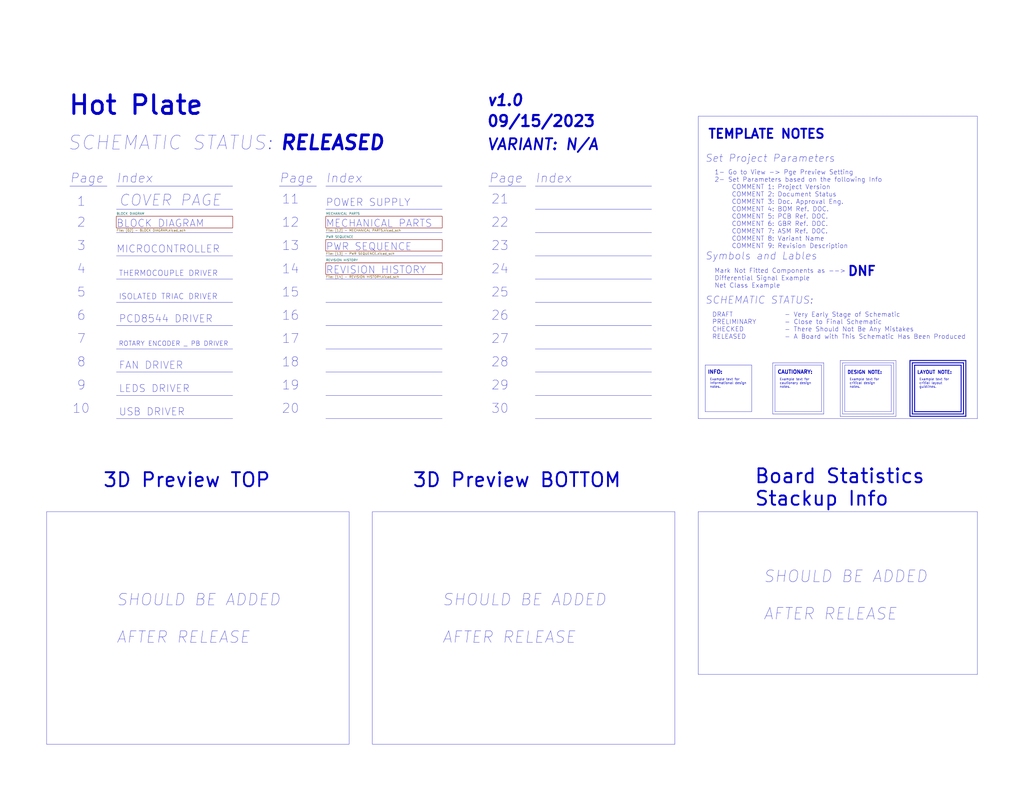
<source format=kicad_sch>
(kicad_sch (version 20230121) (generator eeschema)
  (paper "C")
  (title_block (title "Hot Plate") (date "09/15/2023") (rev "v1.0") (company "Mend0z0") (comment 1 "v1") (comment 2 "RELEASED") (comment 3 "Siavash Taher Parvar") (comment 8 "N/A"))
  (lib_symbols)
  (polyline (pts (xy 292.1 177.8) (xy 355.6 177.8)))
  (polyline (pts (xy 63.5 215.9) (xy 127 215.9)))
  (polyline (pts (xy 422.91 199.39) (xy 448.31 199.39)))
  (polyline (pts (xy 292.1 152.4) (xy 355.6 152.4)))
  (polyline (pts (xy 177.8 177.8) (xy 241.3 177.8)))
  (polyline (pts (xy 449.58 226.06) (xy 421.64 226.06)))
  (polyline (pts (xy 177.8 203.2) (xy 241.3 203.2)))
  (polyline (pts (xy 421.64 198.12) (xy 449.58 198.12)))
  (polyline (pts (xy 487.68 226.06) (xy 459.74 226.06)))
  (polyline (pts (xy 177.8 114.3) (xy 241.3 114.3)))
  (polyline (pts (xy 63.5 228.6) (xy 127 228.6)))
  (polyline (pts (xy 38.1 101.6) (xy 58.42 101.6)))
  (polyline (pts (xy 63.5 177.8) (xy 127 177.8)))
  (polyline (pts (xy 410.21 224.79) (xy 384.81 224.79)))
  (polyline (pts (xy 177.8 127) (xy 241.3 127)))
  (polyline (pts (xy 422.91 199.39) (xy 422.91 224.79)))
  (polyline (pts (xy 384.81 199.39) (xy 384.81 224.79)))
  (polyline (pts (xy 496.57 196.85) (xy 496.57 227.33)) (stroke (width 0.5)))
  (polyline (pts (xy 292.1 101.6) (xy 355.6 101.6)))
  (polyline (pts (xy 63.5 101.6) (xy 127 101.6)))
  (polyline (pts (xy 292.1 139.7) (xy 355.6 139.7)))
  (polyline (pts (xy 487.68 198.12) (xy 487.68 226.06)))
  (polyline (pts (xy 488.95 196.85) (xy 488.95 227.33)))
  (polyline (pts (xy 448.31 224.79) (xy 422.91 224.79)))
  (polyline (pts (xy 459.74 198.12) (xy 459.74 226.06)))
  (polyline (pts (xy 292.1 215.9) (xy 355.6 215.9)))
  (polyline (pts (xy 499.11 199.39) (xy 499.11 224.79)) (stroke (width 0.5)))
  (polyline (pts (xy 410.21 199.39) (xy 410.21 224.79)))
  (polyline (pts (xy 63.5 127) (xy 127 127)))
  (polyline (pts (xy 527.05 196.85) (xy 527.05 227.33)) (stroke (width 0.5)))
  (polyline (pts (xy 177.8 139.7) (xy 241.3 139.7)))
  (polyline (pts (xy 458.47 227.33) (xy 488.95 227.33)))
  (polyline (pts (xy 177.8 190.5) (xy 241.3 190.5)))
  (polyline (pts (xy 421.64 198.12) (xy 421.64 226.06)))
  (polyline (pts (xy 292.1 114.3) (xy 355.6 114.3)))
  (polyline (pts (xy 63.5 203.2) (xy 127 203.2)))
  (polyline (pts (xy 63.5 139.7) (xy 127 139.7)))
  (polyline (pts (xy 177.8 228.6) (xy 241.3 228.6)))
  (polyline (pts (xy 459.74 198.12) (xy 487.68 198.12)))
  (polyline (pts (xy 497.84 198.12) (xy 497.84 226.06)) (stroke (width 0.5)))
  (polyline (pts (xy 525.78 226.06) (xy 497.84 226.06)) (stroke (width 0.5)))
  (polyline (pts (xy 63.5 152.4) (xy 127 152.4)))
  (polyline (pts (xy 292.1 203.2) (xy 355.6 203.2)))
  (polyline (pts (xy 524.51 224.79) (xy 499.11 224.79)) (stroke (width 0.5)))
  (polyline (pts (xy 292.1 190.5) (xy 355.6 190.5)))
  (polyline (pts (xy 63.5 190.5) (xy 127 190.5)))
  (polyline (pts (xy 486.41 224.79) (xy 461.01 224.79)))
  (polyline (pts (xy 266.7 101.6) (xy 287.02 101.6)))
  (polyline (pts (xy 458.47 196.85) (xy 488.95 196.85)))
  (polyline (pts (xy 525.78 198.12) (xy 525.78 226.06)) (stroke (width 0.5)))
  (polyline (pts (xy 496.57 227.33) (xy 527.05 227.33)) (stroke (width 0.5)))
  (polyline (pts (xy 152.4 101.6) (xy 172.72 101.6)))
  (polyline (pts (xy 449.58 198.12) (xy 449.58 226.06)))
  (polyline (pts (xy 63.5 165.1) (xy 127 165.1)))
  (polyline (pts (xy 497.84 198.12) (xy 525.78 198.12)) (stroke (width 0.5)))
  (polyline (pts (xy 524.51 199.39) (xy 524.51 224.79)) (stroke (width 0.5)))
  (polyline (pts (xy 496.57 196.85) (xy 527.05 196.85)) (stroke (width 0.5)))
  (polyline (pts (xy 177.8 165.1) (xy 241.3 165.1)))
  (polyline (pts (xy 177.8 152.4) (xy 241.3 152.4)))
  (polyline (pts (xy 461.01 199.39) (xy 461.01 224.79)))
  (polyline (pts (xy 292.1 228.6) (xy 355.6 228.6)))
  (polyline (pts (xy 499.11 199.39) (xy 524.51 199.39)) (stroke (width 0.5)))
  (polyline (pts (xy 486.41 199.39) (xy 486.41 224.79)))
  (polyline (pts (xy 177.8 101.6) (xy 241.3 101.6)))
  (polyline (pts (xy 292.1 165.1) (xy 355.6 165.1)))
  (polyline (pts (xy 458.47 196.85) (xy 458.47 227.33)))
  (polyline (pts (xy 63.5 114.3) (xy 127 114.3)))
  (polyline (pts (xy 461.01 199.39) (xy 486.41 199.39)))
  (polyline (pts (xy 177.8 215.9) (xy 241.3 215.9)))
  (polyline (pts (xy 384.81 199.39) (xy 410.21 199.39)))
  (polyline (pts (xy 292.1 127) (xy 355.6 127)))
  (polyline (pts (xy 448.31 199.39) (xy 448.31 224.79)))
  (rectangle (start 381 63.5) (end 533.4 228.6))
  (rectangle (start 381 279.4) (end 533.4 368.3))
  (rectangle (start 25.4 279.4) (end 190.5 406.4))
  (rectangle (start 203.2 279.4) (end 368.3 406.4))
  (text "USB DRIVER" (at 64.77 227.33 0) (effects (font (size 4 4)) (justify left bottom)))
  (text "24" (at 267.97 149.86 0) (effects (font (size 5 5)) (justify left bottom)))
  (text "30" (at 267.97 226.06 0) (effects (font (size 5 5)) (justify left bottom)))
  (text "SHOULD BE ADDED\n\nAFTER RELEASE" (at 416.56 339.09 0) (effects (font (size 6.35 6.35) italic) (justify left bottom)))
  (text "Set Project Parameters" (at 384.81 88.9 0) (effects (font (size 4 4) italic) (justify left bottom)))
  (text "4" (at 41.91 149.86 0) (effects (font (size 5 5)) (justify left bottom)))
  (text "25" (at 267.97 162.56 0) (effects (font (size 5 5)) (justify left bottom)))
  (text "6" (at 41.91 175.26 0) (effects (font (size 5 5)) (justify left bottom)))
  (text "16" (at 153.67 175.26 0) (effects (font (size 5 5)) (justify left bottom)))
  (text "PCD8544 DRIVER" (at 64.77 176.53 0) (effects (font (size 4 4)) (justify left bottom)))
  (text "PWR SEQUENCE" (at 177.8 137.16 0) (effects (font (size 4 4)) (justify left bottom)))
  (text "VARIANT: ${COMMENT8}" (at 265.43 82.55 0) (effects (font (size 6 6) (thickness 1) bold italic) (justify left bottom)))
  (text "SHOULD BE ADDED\n\nAFTER RELEASE" (at 63.5 351.79 0) (effects (font (size 6.35 6.35) italic) (justify left bottom)))
  (text "${REVISION}" (at 265.43 58.42 0) (effects (font (size 6 6) bold italic) (justify left bottom)))
  (text "26" (at 267.97 175.26 0) (effects (font (size 5 5)) (justify left bottom)))
  (text "2\n" (at 41.91 124.46 0) (effects (font (size 5 5)) (justify left bottom)))
  (text "Index" (at 177.8 100.33 0) (effects (font (size 5 5) italic) (justify left bottom)))
  (text "Index" (at 63.5 100.33 0) (effects (font (size 5 5) italic) (justify left bottom)))
  (text "Example text for\ncritial layout\nguidlines." (at 501.65 212.09 0) (effects (font (size 1.27 1.27)) (justify left bottom)))
  (text "${TITLE}" (at 36.83 63.5 0) (effects (font (size 10.16 10.16) (thickness 1.6) bold) (justify left bottom)))
  (text "DESIGN NOTE:" (at 462.28 204.47 0) (effects (font (size 1.8 1.8) bold) (justify left bottom)))
  (text "Page" (at 38.1 100.33 0) (effects (font (size 5 5) italic) (justify left bottom)))
  (text "Board Statistics \nStackup Info" (at 411.48 276.86 0) (effects (font (size 7.62 7.62) (thickness 1.016) bold) (justify left bottom)))
  (text "REVISION HISTORY" (at 177.8 149.86 0) (effects (font (size 4 4)) (justify left bottom)))
  (text "3" (at 41.91 137.16 0) (effects (font (size 5 5)) (justify left bottom)))
  (text "${COMMENT2}" (at 152.4 82.55 0) (effects (font (size 7.62 7.62) (thickness 1.524) bold italic) (justify left bottom)))
  (text "Page" (at 152.4 100.33 0) (effects (font (size 5 5) italic) (justify left bottom)))
  (text "COVER PAGE" (at 64.77 113.03 0) (effects (font (size 6 6) italic) (justify left bottom)))
  (text "SCHEMATIC STATUS: " (at 36.83 82.55 0) (effects (font (size 7.62 7.62) italic) (justify left bottom)))
  (text "ISOLATED TRIAC DRIVER" (at 64.77 163.83 0) (effects (font (size 3.048 3.048)) (justify left bottom)))
  (text "MICROCONTROLLER" (at 63.5 138.43 0) (effects (font (size 4 4)) (justify left bottom)))
  (text "12" (at 153.67 124.46 0) (effects (font (size 5 5)) (justify left bottom)))
  (text "22" (at 267.97 124.46 0) (effects (font (size 5 5)) (justify left bottom)))
  (text "8" (at 41.91 200.66 0) (effects (font (size 5 5)) (justify left bottom)))
  (text "LEDS DRIVER" (at 64.77 214.63 0) (effects (font (size 4 4)) (justify left bottom)))
  (text "11" (at 153.67 111.76 0) (effects (font (size 5 5)) (justify left bottom)))
  (text "Symbols and Lables" (at 384.81 142.24 0) (effects (font (size 4 4) italic) (justify left bottom)))
  (text "TEMPLATE NOTES" (at 386.08 76.2 0) (effects (font (size 5 5) bold) (justify left bottom)))
  (text "THERMOCOUPLE DRIVER" (at 64.77 151.13 0) (effects (font (size 3.048 3.048)) (justify left bottom)))
  (text "29" (at 267.97 213.36 0) (effects (font (size 5 5)) (justify left bottom)))
  (text "21" (at 267.97 111.76 0) (effects (font (size 5 5)) (justify left bottom)))
  (text "5" (at 41.91 162.56 0) (effects (font (size 5 5)) (justify left bottom)))
  (text "Mark Not Fitted Components as -->\nDifferential Signal Example\nNet Class Example" (at 389.89 157.48 0) (effects (font (size 2.5 2.5)) (justify left bottom)))
  (text "${ISSUE_DATE}" (at 265.43 69.85 0) (effects (font (size 6 6) bold) (justify left bottom)))
  (text "Index" (at 292.1 100.33 0) (effects (font (size 5 5) italic) (justify left bottom)))
  (text "1" (at 41.91 113.03 0) (effects (font (size 5 5)) (justify left bottom)))
  (text "Example text for\ncritical design \nnotes." (at 463.55 212.09 0) (effects (font (size 1.27 1.27)) (justify left bottom)))
  (text "Example text for\nInformational design\nnotes." (at 387.35 212.09 0) (effects (font (size 1.27 1.27)) (justify left bottom)))
  (text "23" (at 267.97 137.16 0) (effects (font (size 5 5)) (justify left bottom)))
  (text "27" (at 267.97 187.96 0) (effects (font (size 5 5)) (justify left bottom)))
  (text "Example text for\ncautionary design\nnotes." (at 425.45 212.09 0) (effects (font (size 1.27 1.27)) (justify left bottom)))
  (text "INFO:" (at 386.08 204.47 0) (effects (font (size 2 2) (thickness 0.4) bold) (justify left bottom)))
  (text "SCHEMATIC STATUS:" (at 384.81 166.37 0) (effects (font (size 4 4) italic) (justify left bottom)))
  (text "20" (at 153.67 226.06 0) (effects (font (size 5 5)) (justify left bottom)))
  (text "BLOCK DIAGRAM" (at 63.5 124.46 0) (effects (font (size 4 4)) (justify left bottom)))
  (text "9" (at 41.91 213.36 0) (effects (font (size 5 5)) (justify left bottom)))
  (text "19" (at 153.67 213.36 0) (effects (font (size 5 5)) (justify left bottom)))
  (text "10" (at 39.37 226.06 0) (effects (font (size 5 5)) (justify left bottom)))
  (text "FAN DRIVER" (at 64.77 201.93 0) (effects (font (size 4 4)) (justify left bottom)))
  (text "17" (at 153.67 187.96 0) (effects (font (size 5 5)) (justify left bottom)))
  (text "3D Preview BOTTOM" (at 224.79 266.7 0) (effects (font (size 7.62 7.62) (thickness 1.016) bold) (justify left bottom)))
  (text "1- Go to View -> Pge Preview Setting\n2- Set Parameters based on the following Info\n	COMMENT 1: Project Version\n	COMMENT 2: Document Status\n	COMMENT 3: Doc. Approval Eng.\n	COMMENT 4: BOM Ref. DOC.\n	COMMENT 5: PCB Ref. DOC.\n	COMMENT 6: GBR Ref. DOC.\n	COMMENT 7: ASM Ref. DOC.\n	COMMENT 8: Variant Name\n	COMMENT 9: Revision Description " (at 389.89 135.89 0) (effects (font (size 2.5 2.5)) (justify left bottom)))
  (text "LAYOUT NOTE:" (at 500.38 204.47 0) (effects (font (size 1.8 1.8) bold) (justify left bottom)))
  (text "15" (at 153.67 162.56 0) (effects (font (size 5 5)) (justify left bottom)))
  (text "14" (at 153.67 149.86 0) (effects (font (size 5 5)) (justify left bottom)))
  (text "Page" (at 266.7 100.33 0) (effects (font (size 5 5) italic) (justify left bottom)))
  (text "28" (at 267.97 200.66 0) (effects (font (size 5 5)) (justify left bottom)))
  (text "18" (at 153.67 200.66 0) (effects (font (size 5 5)) (justify left bottom)))
  (text "CAUTIONARY:" (at 424.18 204.47 0) (effects (font (size 2 2) bold) (justify left bottom)))
  (text "POWER SUPPLY" (at 177.8 113.03 0) (effects (font (size 4 4)) (justify left bottom)))
  (text "DRAFT 			- Very Early Stage of Schematic\nPRELIMINARY 	- Close to Final Schematic\nCHECKED 		- There Should Not Be Any Mistakes\nRELEASED 		- A Board with This Schematic Has Been Produced" (at 388.62 185.42 0) (effects (font (size 2.5 2.5)) (justify left bottom)))
  (text "MECHANICAL PARTS" (at 177.8 124.46 0) (effects (font (size 4 4)) (justify left bottom)))
  (text "7" (at 41.91 187.96 0) (effects (font (size 5 5)) (justify left bottom)))
  (text "DNF" (at 462.28 151.13 0) (effects (font (size 5.08 5.08) (thickness 1.016) bold) (justify left bottom)))
  (text "3D Preview TOP" (at 55.88 266.7 0) (effects (font (size 7.62 7.62) (thickness 1.016) bold) (justify left bottom)))
  (text "ROTARY ENCODER _ PB DRIVER" (at 64.77 189.23 0) (effects (font (size 2.54 2.54)) (justify left bottom)))
  (text "SHOULD BE ADDED\n\nAFTER RELEASE" (at 241.3 351.79 0) (effects (font (size 6.35 6.35) italic) (justify left bottom)))
  (text "13" (at 153.67 137.16 0) (effects (font (size 5 5)) (justify left bottom)))
  (sheet (at 177.8 118.11) (size 63.5 6.35) (stroke (width 0.1524))
    (property "Sheetname" "MECHANICAL PARTS" (at 177.8 117.3984 0) (effects (justify left bottom)))
    (property "Sheetfile" "[12] - MECHANICAL PARTS.kicad_sch" (at 177.8 125.0446 0) (effects (justify left top)))
  )
  (sheet (at 177.8 143.51) (size 63.5 6.35) (stroke (width 0.1524))
    (property "Sheetname" "REVISION HISTORY" (at 177.8 142.7984 0) (effects (justify left bottom)))
    (property "Sheetfile" "[14] - REVISION HISTORY.kicad_sch" (at 177.8 150.4446 0) (effects (justify left top)))
  )
  (sheet (at 63.5 118.11) (size 63.5 6.35) (stroke (width 0.1524))
    (property "Sheetname" "BLOCK DIAGRAM" (at 63.5 117.3984 0) (effects (justify left bottom)))
    (property "Sheetfile" "[02] - BLOCK DIAGRAM.kicad_sch" (at 63.5 125.0446 0) (effects (justify left top)))
  )
  (sheet (at 177.8 130.81) (size 63.5 6.35) (stroke (width 0.1524))
    (property "Sheetname" "PWR SEQUENCE" (at 177.8 130.0984 0) (effects (justify left bottom)))
    (property "Sheetfile" "[13] - PWR SEQUENCE.kicad_sch" (at 177.8 137.7446 0) (effects (justify left top)))
  )
)
</source>
